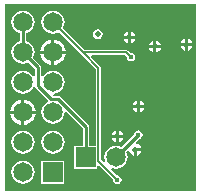
<source format=gbl>
G04 Layer_Physical_Order=2*
G04 Layer_Color=16711680*
%FSLAX25Y25*%
%MOIN*%
G70*
G01*
G75*
%ADD17C,0.00600*%
%ADD19C,0.01000*%
%ADD20C,0.00100*%
%ADD21C,0.06500*%
%ADD22R,0.06500X0.06500*%
%ADD23R,0.06500X0.06500*%
%ADD24C,0.01600*%
%ADD25C,0.02000*%
G36*
X57500Y-7000D02*
X-6000D01*
Y55000D01*
X57500D01*
Y-7000D01*
D02*
G37*
%LPC*%
G36*
X36000Y45940D02*
Y44500D01*
X37440D01*
X37384Y44780D01*
X36942Y45442D01*
X36280Y45884D01*
X36000Y45940D01*
D02*
G37*
G36*
X35000D02*
X34720Y45884D01*
X34058Y45442D01*
X33616Y44780D01*
X33560Y44500D01*
X35000D01*
Y45940D01*
D02*
G37*
G36*
X25000Y46631D02*
X24376Y46507D01*
X23846Y46154D01*
X23493Y45624D01*
X23369Y45000D01*
X23493Y44376D01*
X23846Y43846D01*
X24376Y43493D01*
X25000Y43369D01*
X25624Y43493D01*
X26153Y43846D01*
X26507Y44376D01*
X26631Y45000D01*
X26507Y45624D01*
X26153Y46154D01*
X25624Y46507D01*
X25000Y46631D01*
D02*
G37*
G36*
X37440Y43500D02*
X36000D01*
Y42060D01*
X36280Y42116D01*
X36942Y42558D01*
X37384Y43220D01*
X37440Y43500D01*
D02*
G37*
G36*
X35000D02*
X33560D01*
X33616Y43220D01*
X34058Y42558D01*
X34720Y42116D01*
X35000Y42060D01*
Y43500D01*
D02*
G37*
G36*
X55000Y43440D02*
Y42000D01*
X56440D01*
X56384Y42280D01*
X55942Y42942D01*
X55280Y43384D01*
X55000Y43440D01*
D02*
G37*
G36*
X54000D02*
X53720Y43384D01*
X53058Y42942D01*
X52616Y42280D01*
X52560Y42000D01*
X54000D01*
Y43440D01*
D02*
G37*
G36*
X44500Y42940D02*
Y41500D01*
X45940D01*
X45884Y41780D01*
X45442Y42442D01*
X44780Y42884D01*
X44500Y42940D01*
D02*
G37*
G36*
X43500D02*
X43220Y42884D01*
X42558Y42442D01*
X42116Y41780D01*
X42060Y41500D01*
X43500D01*
Y42940D01*
D02*
G37*
G36*
X56440Y41000D02*
X55000D01*
Y39560D01*
X55280Y39616D01*
X55942Y40058D01*
X56384Y40720D01*
X56440Y41000D01*
D02*
G37*
G36*
X54000D02*
X52560D01*
X52616Y40720D01*
X53058Y40058D01*
X53720Y39616D01*
X54000Y39560D01*
Y41000D01*
D02*
G37*
G36*
X10500Y43221D02*
Y39500D01*
X14221D01*
X14141Y40110D01*
X13712Y41143D01*
X13031Y42031D01*
X12143Y42712D01*
X11109Y43141D01*
X10500Y43221D01*
D02*
G37*
G36*
X9500D02*
X8890Y43141D01*
X7857Y42712D01*
X6969Y42031D01*
X6288Y41143D01*
X5859Y40110D01*
X5779Y39500D01*
X9500D01*
Y43221D01*
D02*
G37*
G36*
X45940Y40500D02*
X44500D01*
Y39060D01*
X44780Y39116D01*
X45442Y39558D01*
X45884Y40220D01*
X45940Y40500D01*
D02*
G37*
G36*
X43500D02*
X42060D01*
X42116Y40220D01*
X42558Y39558D01*
X43220Y39116D01*
X43500Y39060D01*
Y40500D01*
D02*
G37*
G36*
X14221Y38500D02*
X10500D01*
Y34779D01*
X11109Y34859D01*
X12143Y35288D01*
X13031Y35969D01*
X13712Y36857D01*
X14141Y37890D01*
X14221Y38500D01*
D02*
G37*
G36*
X9500D02*
X5779D01*
X5859Y37890D01*
X6288Y36857D01*
X6969Y35969D01*
X7857Y35288D01*
X8890Y34859D01*
X9500Y34779D01*
Y38500D01*
D02*
G37*
G36*
X39000Y22940D02*
Y21500D01*
X40440D01*
X40384Y21780D01*
X39942Y22442D01*
X39280Y22884D01*
X39000Y22940D01*
D02*
G37*
G36*
X38000D02*
X37720Y22884D01*
X37058Y22442D01*
X36616Y21780D01*
X36560Y21500D01*
X38000D01*
Y22940D01*
D02*
G37*
G36*
X500Y23221D02*
Y19500D01*
X4221D01*
X4141Y20109D01*
X3712Y21143D01*
X3031Y22031D01*
X2143Y22712D01*
X1110Y23141D01*
X500Y23221D01*
D02*
G37*
G36*
X-500D02*
X-1110Y23141D01*
X-2143Y22712D01*
X-3031Y22031D01*
X-3712Y21143D01*
X-4141Y20109D01*
X-4221Y19500D01*
X-500D01*
Y23221D01*
D02*
G37*
G36*
X40440Y20500D02*
X39000D01*
Y19060D01*
X39280Y19116D01*
X39942Y19558D01*
X40384Y20220D01*
X40440Y20500D01*
D02*
G37*
G36*
X38000D02*
X36560D01*
X36616Y20220D01*
X37058Y19558D01*
X37720Y19116D01*
X38000Y19060D01*
Y20500D01*
D02*
G37*
G36*
X4221Y18500D02*
X500D01*
Y14779D01*
X1110Y14859D01*
X2143Y15288D01*
X3031Y15969D01*
X3712Y16857D01*
X4141Y17890D01*
X4221Y18500D01*
D02*
G37*
G36*
X-500D02*
X-4221D01*
X-4141Y17890D01*
X-3712Y16857D01*
X-3031Y15969D01*
X-2143Y15288D01*
X-1110Y14859D01*
X-500Y14779D01*
Y18500D01*
D02*
G37*
G36*
X32000Y12940D02*
Y11500D01*
X33440D01*
X33384Y11780D01*
X32942Y12442D01*
X32280Y12884D01*
X32000Y12940D01*
D02*
G37*
G36*
X31000D02*
X30720Y12884D01*
X30058Y12442D01*
X29616Y11780D01*
X29560Y11500D01*
X31000D01*
Y12940D01*
D02*
G37*
G36*
X33440Y10500D02*
X32000D01*
Y9060D01*
X32280Y9116D01*
X32942Y9558D01*
X33384Y10220D01*
X33440Y10500D01*
D02*
G37*
G36*
X31000D02*
X29560D01*
X29616Y10220D01*
X30058Y9558D01*
X30720Y9116D01*
X31000Y9060D01*
Y10500D01*
D02*
G37*
G36*
X10000Y52883D02*
X8995Y52751D01*
X8058Y52363D01*
X7254Y51746D01*
X6637Y50942D01*
X6249Y50005D01*
X6117Y49000D01*
X6249Y47995D01*
X6637Y47058D01*
X7254Y46254D01*
X8058Y45637D01*
X8995Y45249D01*
X10000Y45117D01*
X11005Y45249D01*
X11942Y45637D01*
X12012Y45691D01*
X19451Y38251D01*
X24232Y33470D01*
Y7850D01*
X22121D01*
Y14152D01*
X22122Y14152D01*
X22036Y14581D01*
X21793Y14945D01*
X21793Y14945D01*
X12595Y24143D01*
X12231Y24386D01*
X11802Y24472D01*
X11802Y24472D01*
X10223D01*
X10117Y24628D01*
X10356Y25164D01*
X11005Y25249D01*
X11942Y25637D01*
X12746Y26254D01*
X13363Y27058D01*
X13751Y27995D01*
X13883Y29000D01*
X13751Y30005D01*
X13363Y30942D01*
X12746Y31746D01*
X11942Y32363D01*
X11005Y32751D01*
X10000Y32883D01*
X8995Y32751D01*
X8058Y32363D01*
X7254Y31746D01*
X6637Y30942D01*
X6622Y30904D01*
X6121Y31004D01*
Y34000D01*
X6122Y34000D01*
X6036Y34429D01*
X5793Y34793D01*
X5793Y34793D01*
X3411Y37175D01*
X3751Y37995D01*
X3883Y39000D01*
X3751Y40005D01*
X3363Y40942D01*
X2746Y41746D01*
X1942Y42363D01*
X1122Y42703D01*
Y45297D01*
X1942Y45637D01*
X2746Y46254D01*
X3363Y47058D01*
X3751Y47995D01*
X3883Y49000D01*
X3751Y50005D01*
X3363Y50942D01*
X2746Y51746D01*
X1942Y52363D01*
X1005Y52751D01*
X0Y52883D01*
X-1005Y52751D01*
X-1942Y52363D01*
X-2746Y51746D01*
X-3363Y50942D01*
X-3751Y50005D01*
X-3883Y49000D01*
X-3751Y47995D01*
X-3363Y47058D01*
X-2746Y46254D01*
X-1942Y45637D01*
X-1122Y45297D01*
Y42703D01*
X-1942Y42363D01*
X-2746Y41746D01*
X-3363Y40942D01*
X-3751Y40005D01*
X-3883Y39000D01*
X-3751Y37995D01*
X-3363Y37058D01*
X-2746Y36254D01*
X-1942Y35637D01*
X-1005Y35249D01*
X0Y35117D01*
X1005Y35249D01*
X1825Y35589D01*
X3878Y33535D01*
Y31004D01*
X3379Y30904D01*
X3363Y30942D01*
X2746Y31746D01*
X1942Y32363D01*
X1005Y32751D01*
X0Y32883D01*
X-1005Y32751D01*
X-1942Y32363D01*
X-2746Y31746D01*
X-3363Y30942D01*
X-3751Y30005D01*
X-3883Y29000D01*
X-3751Y27995D01*
X-3363Y27058D01*
X-2746Y26254D01*
X-1942Y25637D01*
X-1005Y25249D01*
X0Y25117D01*
X1005Y25249D01*
X1942Y25637D01*
X2746Y26254D01*
X3363Y27058D01*
X3473Y27324D01*
X3699Y27368D01*
X4019Y27336D01*
X4207Y27055D01*
X8335Y22927D01*
X8237Y22437D01*
X8058Y22363D01*
X7254Y21746D01*
X6637Y20942D01*
X6249Y20005D01*
X6117Y19000D01*
X6249Y17995D01*
X6637Y17058D01*
X7254Y16254D01*
X8058Y15637D01*
X8995Y15249D01*
X10000Y15117D01*
X11005Y15249D01*
X11942Y15637D01*
X12746Y16254D01*
X13363Y17058D01*
X13751Y17995D01*
X13880Y18978D01*
X14027Y19087D01*
X14330Y19236D01*
X19879Y13687D01*
Y7850D01*
X17150D01*
Y150D01*
X24850D01*
Y1199D01*
X25312Y1390D01*
X30094Y-3392D01*
X30073Y-3500D01*
X30181Y-4046D01*
X30491Y-4509D01*
X30954Y-4819D01*
X31500Y-4927D01*
X32046Y-4819D01*
X32509Y-4509D01*
X32819Y-4046D01*
X32927Y-3500D01*
X32819Y-2954D01*
X32509Y-2491D01*
X32046Y-2181D01*
X31500Y-2073D01*
X31392Y-2094D01*
X29303Y-6D01*
X29587Y418D01*
X29995Y249D01*
X31000Y117D01*
X32005Y249D01*
X32942Y637D01*
X33746Y1254D01*
X34363Y2058D01*
X34751Y2995D01*
X34883Y4000D01*
X34751Y5005D01*
X34411Y5825D01*
X34973Y6387D01*
X35516Y6223D01*
X35616Y5720D01*
X36058Y5058D01*
X36720Y4616D01*
X37000Y4560D01*
Y6500D01*
X37500D01*
Y7000D01*
X39440D01*
X39384Y7280D01*
X38942Y7942D01*
X38280Y8384D01*
X37777Y8484D01*
X37613Y9027D01*
X38698Y10112D01*
X39046Y10181D01*
X39509Y10491D01*
X39819Y10954D01*
X39927Y11500D01*
X39819Y12046D01*
X39509Y12509D01*
X39046Y12819D01*
X38500Y12927D01*
X37954Y12819D01*
X37491Y12509D01*
X37181Y12046D01*
X37112Y11698D01*
X32825Y7411D01*
X32005Y7751D01*
X31000Y7883D01*
X29995Y7751D01*
X29058Y7363D01*
X28254Y6746D01*
X27637Y5942D01*
X27249Y5005D01*
X27117Y4000D01*
X27249Y2995D01*
X27418Y2587D01*
X26994Y2303D01*
X26068Y3230D01*
Y33850D01*
X25998Y34201D01*
X25799Y34499D01*
X22777Y37520D01*
X22969Y37982D01*
X34120D01*
X34594Y37508D01*
X34573Y37400D01*
X34681Y36854D01*
X34991Y36391D01*
X35454Y36081D01*
X36000Y35973D01*
X36546Y36081D01*
X37009Y36391D01*
X37319Y36854D01*
X37427Y37400D01*
X37319Y37946D01*
X37009Y38409D01*
X36546Y38719D01*
X36000Y38827D01*
X35892Y38806D01*
X35149Y39549D01*
X34851Y39748D01*
X34500Y39818D01*
X20480D01*
X13309Y46988D01*
X13363Y47058D01*
X13751Y47995D01*
X13883Y49000D01*
X13751Y50005D01*
X13363Y50942D01*
X12746Y51746D01*
X11942Y52363D01*
X11005Y52751D01*
X10000Y52883D01*
D02*
G37*
G36*
Y12883D02*
X8995Y12751D01*
X8058Y12363D01*
X7254Y11746D01*
X6637Y10942D01*
X6249Y10005D01*
X6117Y9000D01*
X6249Y7995D01*
X6637Y7058D01*
X7254Y6254D01*
X8058Y5637D01*
X8995Y5249D01*
X10000Y5117D01*
X11005Y5249D01*
X11942Y5637D01*
X12746Y6254D01*
X13363Y7058D01*
X13751Y7995D01*
X13883Y9000D01*
X13751Y10005D01*
X13363Y10942D01*
X12746Y11746D01*
X11942Y12363D01*
X11005Y12751D01*
X10000Y12883D01*
D02*
G37*
G36*
X0D02*
X-1005Y12751D01*
X-1942Y12363D01*
X-2746Y11746D01*
X-3363Y10942D01*
X-3751Y10005D01*
X-3883Y9000D01*
X-3751Y7995D01*
X-3363Y7058D01*
X-2746Y6254D01*
X-1942Y5637D01*
X-1005Y5249D01*
X0Y5117D01*
X1005Y5249D01*
X1942Y5637D01*
X2746Y6254D01*
X3363Y7058D01*
X3751Y7995D01*
X3883Y9000D01*
X3751Y10005D01*
X3363Y10942D01*
X2746Y11746D01*
X1942Y12363D01*
X1005Y12751D01*
X0Y12883D01*
D02*
G37*
G36*
X39440Y6000D02*
X38000D01*
Y4560D01*
X38280Y4616D01*
X38942Y5058D01*
X39384Y5720D01*
X39440Y6000D01*
D02*
G37*
G36*
X13850Y2850D02*
X6150D01*
Y-4850D01*
X13850D01*
Y2850D01*
D02*
G37*
G36*
X0Y2883D02*
X-1005Y2751D01*
X-1942Y2363D01*
X-2746Y1746D01*
X-3363Y942D01*
X-3751Y5D01*
X-3883Y-1000D01*
X-3751Y-2005D01*
X-3363Y-2942D01*
X-2746Y-3746D01*
X-1942Y-4363D01*
X-1005Y-4751D01*
X0Y-4883D01*
X1005Y-4751D01*
X1942Y-4363D01*
X2746Y-3746D01*
X3363Y-2942D01*
X3751Y-2005D01*
X3883Y-1000D01*
X3751Y5D01*
X3363Y942D01*
X2746Y1746D01*
X1942Y2363D01*
X1005Y2751D01*
X0Y2883D01*
D02*
G37*
%LPD*%
D17*
X10000Y49000D02*
X20100Y38900D01*
X34500D01*
X36000Y37400D01*
X25150Y2850D02*
X31500Y-3500D01*
X25150Y2850D02*
Y33850D01*
X20100Y38900D02*
X25150Y33850D01*
D19*
X31000Y4000D02*
X38500Y11500D01*
X0Y39000D02*
Y49000D01*
X9498Y23350D02*
X11802D01*
X21000Y14152D01*
Y4000D02*
Y14152D01*
X5000Y27848D02*
X9498Y23350D01*
X5000Y27848D02*
Y34000D01*
X0Y39000D02*
X5000Y34000D01*
D20*
X-6000Y-7000D02*
Y55000D01*
X57500D01*
X-6000Y-7000D02*
X57500D01*
Y55000D01*
D21*
X0Y49000D02*
D03*
X10000D02*
D03*
Y9000D02*
D03*
Y19000D02*
D03*
Y29000D02*
D03*
Y39000D02*
D03*
X0D02*
D03*
Y29000D02*
D03*
Y19000D02*
D03*
Y9000D02*
D03*
Y-1000D02*
D03*
X31000Y4000D02*
D03*
D22*
X10000Y-1000D02*
D03*
D23*
X21000Y4000D02*
D03*
D24*
X38500Y11500D02*
D03*
X36000Y37400D02*
D03*
X31500Y-3500D02*
D03*
D25*
X35500Y44000D02*
D03*
X44000Y41000D02*
D03*
X54500Y41500D02*
D03*
X31500Y11000D02*
D03*
X37500Y6500D02*
D03*
X38500Y21000D02*
D03*
X25000Y45000D02*
D03*
M02*

</source>
